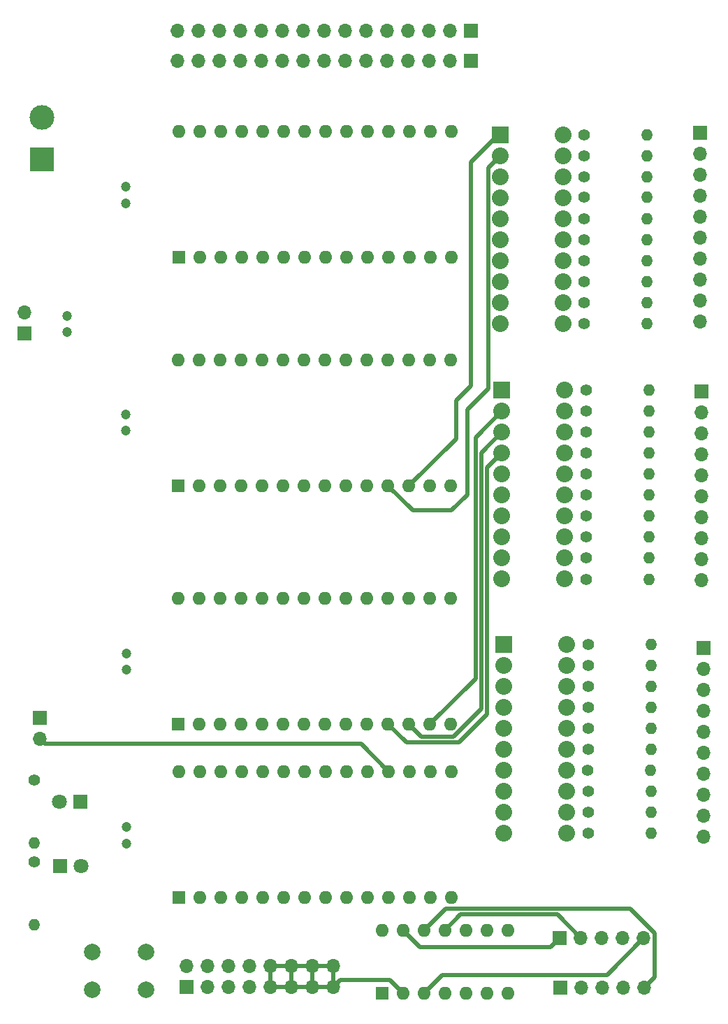
<source format=gbr>
%TF.GenerationSoftware,KiCad,Pcbnew,(5.1.9-0-10_14)*%
%TF.CreationDate,2021-05-08T14:56:37-04:00*%
%TF.ProjectId,CONTROL_LOGIC,434f4e54-524f-44c5-9f4c-4f4749432e6b,rev?*%
%TF.SameCoordinates,Original*%
%TF.FileFunction,Copper,L2,Inr*%
%TF.FilePolarity,Positive*%
%FSLAX46Y46*%
G04 Gerber Fmt 4.6, Leading zero omitted, Abs format (unit mm)*
G04 Created by KiCad (PCBNEW (5.1.9-0-10_14)) date 2021-05-08 14:56:37*
%MOMM*%
%LPD*%
G01*
G04 APERTURE LIST*
%TA.AperFunction,ComponentPad*%
%ADD10O,1.400000X1.400000*%
%TD*%
%TA.AperFunction,ComponentPad*%
%ADD11C,1.400000*%
%TD*%
%TA.AperFunction,ComponentPad*%
%ADD12R,1.700000X1.700000*%
%TD*%
%TA.AperFunction,ComponentPad*%
%ADD13O,1.700000X1.700000*%
%TD*%
%TA.AperFunction,ComponentPad*%
%ADD14R,1.600000X1.600000*%
%TD*%
%TA.AperFunction,ComponentPad*%
%ADD15O,1.600000X1.600000*%
%TD*%
%TA.AperFunction,ComponentPad*%
%ADD16C,3.000000*%
%TD*%
%TA.AperFunction,ComponentPad*%
%ADD17R,3.000000X3.000000*%
%TD*%
%TA.AperFunction,ComponentPad*%
%ADD18R,1.800000X1.800000*%
%TD*%
%TA.AperFunction,ComponentPad*%
%ADD19C,1.800000*%
%TD*%
%TA.AperFunction,ComponentPad*%
%ADD20C,2.032000*%
%TD*%
%TA.AperFunction,ComponentPad*%
%ADD21R,2.032000X2.032000*%
%TD*%
%TA.AperFunction,ComponentPad*%
%ADD22C,2.000000*%
%TD*%
%TA.AperFunction,ComponentPad*%
%ADD23C,1.200000*%
%TD*%
%TA.AperFunction,Conductor*%
%ADD24C,0.500000*%
%TD*%
G04 APERTURE END LIST*
D10*
%TO.N,GND*%
%TO.C,R32*%
X174166400Y-117374600D03*
D11*
%TO.N,Net-(BAR3-Pad20)*%
X166546400Y-117374600D03*
%TD*%
D10*
%TO.N,GND*%
%TO.C,R31*%
X174166400Y-119954600D03*
D11*
%TO.N,Net-(BAR3-Pad19)*%
X166546400Y-119954600D03*
%TD*%
D10*
%TO.N,GND*%
%TO.C,R30*%
X174166400Y-122494600D03*
D11*
%TO.N,Net-(BAR3-Pad18)*%
X166546400Y-122494600D03*
%TD*%
D10*
%TO.N,GND*%
%TO.C,R29*%
X174166400Y-125014600D03*
D11*
%TO.N,Net-(BAR3-Pad17)*%
X166546400Y-125014600D03*
%TD*%
D10*
%TO.N,GND*%
%TO.C,R28*%
X174156400Y-127564600D03*
D11*
%TO.N,Net-(BAR3-Pad16)*%
X166536400Y-127564600D03*
%TD*%
D10*
%TO.N,GND*%
%TO.C,R27*%
X174156400Y-130104600D03*
D11*
%TO.N,Net-(BAR3-Pad15)*%
X166536400Y-130104600D03*
%TD*%
D10*
%TO.N,GND*%
%TO.C,R26*%
X174146400Y-132594600D03*
D11*
%TO.N,Net-(BAR3-Pad14)*%
X166526400Y-132594600D03*
%TD*%
D10*
%TO.N,GND*%
%TO.C,R25*%
X174156400Y-135154600D03*
D11*
%TO.N,Net-(BAR3-Pad13)*%
X166536400Y-135154600D03*
%TD*%
D10*
%TO.N,GND*%
%TO.C,R24*%
X174156400Y-137694600D03*
D11*
%TO.N,Net-(BAR3-Pad12)*%
X166536400Y-137694600D03*
%TD*%
D10*
%TO.N,GND*%
%TO.C,R23*%
X174166400Y-140214600D03*
D11*
%TO.N,Net-(BAR3-Pad11)*%
X166546400Y-140214600D03*
%TD*%
D10*
%TO.N,GND*%
%TO.C,R22*%
X173916400Y-86594600D03*
D11*
%TO.N,Net-(BAR2-Pad20)*%
X166296400Y-86594600D03*
%TD*%
D10*
%TO.N,GND*%
%TO.C,R21*%
X173916400Y-89124600D03*
D11*
%TO.N,Net-(BAR2-Pad19)*%
X166296400Y-89124600D03*
%TD*%
D10*
%TO.N,GND*%
%TO.C,R20*%
X173916400Y-91674600D03*
D11*
%TO.N,Net-(BAR2-Pad18)*%
X166296400Y-91674600D03*
%TD*%
D10*
%TO.N,GND*%
%TO.C,R19*%
X173916400Y-94204600D03*
D11*
%TO.N,Net-(BAR2-Pad17)*%
X166296400Y-94204600D03*
%TD*%
D10*
%TO.N,GND*%
%TO.C,R18*%
X173916400Y-96754600D03*
D11*
%TO.N,Net-(BAR2-Pad16)*%
X166296400Y-96754600D03*
%TD*%
D10*
%TO.N,GND*%
%TO.C,R17*%
X173906400Y-99294600D03*
D11*
%TO.N,Net-(BAR2-Pad15)*%
X166286400Y-99294600D03*
%TD*%
D10*
%TO.N,GND*%
%TO.C,R16*%
X173916400Y-101824600D03*
D11*
%TO.N,Net-(BAR2-Pad14)*%
X166296400Y-101824600D03*
%TD*%
D10*
%TO.N,GND*%
%TO.C,R15*%
X173916400Y-104374600D03*
D11*
%TO.N,Net-(BAR2-Pad13)*%
X166296400Y-104374600D03*
%TD*%
D10*
%TO.N,GND*%
%TO.C,R14*%
X173916400Y-106914600D03*
D11*
%TO.N,Net-(BAR2-Pad12)*%
X166296400Y-106914600D03*
%TD*%
D10*
%TO.N,GND*%
%TO.C,R13*%
X173926400Y-109464600D03*
D11*
%TO.N,Net-(BAR2-Pad11)*%
X166306400Y-109464600D03*
%TD*%
D10*
%TO.N,GND*%
%TO.C,R12*%
X173696400Y-55624600D03*
D11*
%TO.N,Net-(BAR1-Pad20)*%
X166076400Y-55624600D03*
%TD*%
D10*
%TO.N,GND*%
%TO.C,R11*%
X173696400Y-58174600D03*
D11*
%TO.N,Net-(BAR1-Pad19)*%
X166076400Y-58174600D03*
%TD*%
D10*
%TO.N,GND*%
%TO.C,R10*%
X173696400Y-60704600D03*
D11*
%TO.N,Net-(BAR1-Pad18)*%
X166076400Y-60704600D03*
%TD*%
D10*
%TO.N,GND*%
%TO.C,R9*%
X173696400Y-63224600D03*
D11*
%TO.N,Net-(BAR1-Pad17)*%
X166076400Y-63224600D03*
%TD*%
D10*
%TO.N,GND*%
%TO.C,R8*%
X173696400Y-65784600D03*
D11*
%TO.N,Net-(BAR1-Pad16)*%
X166076400Y-65784600D03*
%TD*%
D10*
%TO.N,GND*%
%TO.C,R7*%
X173696400Y-68324600D03*
D11*
%TO.N,Net-(BAR1-Pad15)*%
X166076400Y-68324600D03*
%TD*%
D10*
%TO.N,GND*%
%TO.C,R6*%
X173706400Y-70864600D03*
D11*
%TO.N,Net-(BAR1-Pad14)*%
X166086400Y-70864600D03*
%TD*%
D10*
%TO.N,GND*%
%TO.C,R5*%
X173706400Y-73414600D03*
D11*
%TO.N,Net-(BAR1-Pad13)*%
X166086400Y-73414600D03*
%TD*%
D10*
%TO.N,GND*%
%TO.C,R4*%
X173716400Y-75944600D03*
D11*
%TO.N,Net-(BAR1-Pad12)*%
X166096400Y-75944600D03*
%TD*%
D10*
%TO.N,GND*%
%TO.C,R3*%
X173716400Y-78484600D03*
D11*
%TO.N,Net-(BAR1-Pad11)*%
X166096400Y-78484600D03*
%TD*%
D12*
%TO.N,Net-(J11-Pad1)*%
%TO.C,J11*%
X163186400Y-158904600D03*
D13*
%TO.N,Net-(J11-Pad2)*%
X165726400Y-158904600D03*
%TO.N,Net-(J11-Pad3)*%
X168266400Y-158904600D03*
%TO.N,Net-(J11-Pad4)*%
X170806400Y-158904600D03*
%TO.N,Net-(J11-Pad5)*%
X173346400Y-158904600D03*
%TD*%
D12*
%TO.N,Net-(J10-Pad1)*%
%TO.C,J10*%
X163136400Y-152944600D03*
D13*
%TO.N,Net-(J10-Pad2)*%
X165676400Y-152944600D03*
%TO.N,Net-(J10-Pad3)*%
X168216400Y-152944600D03*
%TO.N,Net-(J10-Pad4)*%
X170756400Y-152944600D03*
%TO.N,Net-(J10-Pad5)*%
X173296400Y-152944600D03*
%TD*%
D11*
%TO.N,Net-(D2-Pad1)*%
%TO.C,R2*%
X99466400Y-143704600D03*
D10*
%TO.N,GND*%
X99466400Y-151324600D03*
%TD*%
D11*
%TO.N,Net-(D1-Pad1)*%
%TO.C,R1*%
X99446400Y-133814600D03*
D10*
%TO.N,GND*%
X99446400Y-141434600D03*
%TD*%
D14*
%TO.N,/D32*%
%TO.C,U1*%
X141576400Y-159594600D03*
D15*
%TO.N,Net-(J11-Pad3)*%
X156816400Y-151974600D03*
%TO.N,Net-(J4-Pad10)*%
X144116400Y-159594600D03*
%TO.N,Net-(J10-Pad3)*%
X154276400Y-151974600D03*
%TO.N,Net-(J10-Pad5)*%
X146656400Y-159594600D03*
%TO.N,Net-(J11-Pad4)*%
X151736400Y-151974600D03*
%TO.N,Net-(J11-Pad1)*%
X149196400Y-159594600D03*
%TO.N,Net-(J10-Pad2)*%
X149196400Y-151974600D03*
%TO.N,Net-(J10-Pad4)*%
X151736400Y-159594600D03*
%TO.N,Net-(J11-Pad5)*%
X146656400Y-151974600D03*
%TO.N,Net-(J11-Pad2)*%
X154276400Y-159594600D03*
%TO.N,Net-(J10-Pad1)*%
X144116400Y-151974600D03*
%TO.N,GND*%
X156816400Y-159594600D03*
%TO.N,VCC*%
X141576400Y-151974600D03*
%TD*%
D12*
%TO.N,/D32*%
%TO.C,J9*%
X100136400Y-126274600D03*
D13*
%TO.N,/D31*%
X100136400Y-128814600D03*
%TD*%
D12*
%TO.N,/D30*%
%TO.C,J8*%
X180566400Y-117784600D03*
D13*
%TO.N,/D29*%
X180566400Y-120324600D03*
%TO.N,/D28*%
X180566400Y-122864600D03*
%TO.N,/D27*%
X180566400Y-125404600D03*
%TO.N,/D26*%
X180566400Y-127944600D03*
%TO.N,/D25*%
X180566400Y-130484600D03*
%TO.N,/D24*%
X180566400Y-133024600D03*
%TO.N,/D23*%
X180566400Y-135564600D03*
%TO.N,/D22*%
X180566400Y-138104600D03*
%TO.N,/D21*%
X180566400Y-140644600D03*
%TD*%
D12*
%TO.N,/D20*%
%TO.C,J7*%
X180326400Y-86714600D03*
D13*
%TO.N,/D19*%
X180326400Y-89254600D03*
%TO.N,/D18*%
X180326400Y-91794600D03*
%TO.N,/D17*%
X180326400Y-94334600D03*
%TO.N,/D16*%
X180326400Y-96874600D03*
%TO.N,/D15*%
X180326400Y-99414600D03*
%TO.N,/D14*%
X180326400Y-101954600D03*
%TO.N,/D13*%
X180326400Y-104494600D03*
%TO.N,/D12*%
X180326400Y-107034600D03*
%TO.N,/D11*%
X180326400Y-109574600D03*
%TD*%
%TO.N,/D1*%
%TO.C,J3*%
X180146400Y-78224600D03*
%TO.N,/D2*%
X180146400Y-75684600D03*
%TO.N,/D3*%
X180146400Y-73144600D03*
%TO.N,/D4*%
X180146400Y-70604600D03*
%TO.N,/D5*%
X180146400Y-68064600D03*
%TO.N,/D6*%
X180146400Y-65524600D03*
%TO.N,/D7*%
X180146400Y-62984600D03*
%TO.N,/D8*%
X180146400Y-60444600D03*
%TO.N,/D9*%
X180146400Y-57904600D03*
D12*
%TO.N,/D10*%
X180146400Y-55364600D03*
%TD*%
%TO.N,/D32*%
%TO.C,J4*%
X117906400Y-158874600D03*
D13*
X117906400Y-156334600D03*
X120446400Y-158874600D03*
X120446400Y-156334600D03*
X122986400Y-158874600D03*
X122986400Y-156334600D03*
X125526400Y-158874600D03*
X125526400Y-156334600D03*
%TO.N,Net-(J4-Pad10)*%
X128066400Y-158874600D03*
X128066400Y-156334600D03*
X130606400Y-158874600D03*
X130606400Y-156334600D03*
X133146400Y-158874600D03*
X133146400Y-156334600D03*
X135686400Y-158874600D03*
X135686400Y-156334600D03*
%TD*%
%TO.N,/INST8*%
%TO.C,J6*%
X116806400Y-43069600D03*
%TO.N,/INST7*%
X119346400Y-43069600D03*
%TO.N,/INST6*%
X121886400Y-43069600D03*
%TO.N,/INST5*%
X124426400Y-43069600D03*
%TO.N,/INST4*%
X126966400Y-43069600D03*
%TO.N,/INST3*%
X129506400Y-43069600D03*
%TO.N,/INST2*%
X132046400Y-43069600D03*
%TO.N,/INST1*%
X134586400Y-43069600D03*
%TO.N,/FLAG4*%
X137126400Y-43069600D03*
%TO.N,/FLAG3*%
X139666400Y-43069600D03*
%TO.N,/FLAG2*%
X142206400Y-43069600D03*
%TO.N,/FLAG1*%
X144746400Y-43069600D03*
%TO.N,/STEP3*%
X147286400Y-43069600D03*
%TO.N,/STEP2*%
X149826400Y-43069600D03*
D12*
%TO.N,/STEP1*%
X152366400Y-43069600D03*
%TD*%
D16*
%TO.N,GND*%
%TO.C,J5*%
X100401400Y-53509600D03*
D17*
%TO.N,VCC*%
X100401400Y-58589600D03*
%TD*%
D18*
%TO.N,Net-(D2-Pad1)*%
%TO.C,D2*%
X102546400Y-144224600D03*
D19*
%TO.N,/D32*%
X105086400Y-144224600D03*
%TD*%
D18*
%TO.N,Net-(D1-Pad1)*%
%TO.C,D1*%
X105046400Y-136384600D03*
D19*
%TO.N,/D31*%
X102506400Y-136384600D03*
%TD*%
D20*
%TO.N,Net-(BAR3-Pad20)*%
%TO.C,BAR3*%
X163946400Y-117364600D03*
%TO.N,Net-(BAR3-Pad19)*%
X163946400Y-119904600D03*
%TO.N,Net-(BAR3-Pad18)*%
X163946400Y-122444600D03*
%TO.N,Net-(BAR3-Pad17)*%
X163946400Y-124984600D03*
%TO.N,/D22*%
X156326400Y-137684600D03*
%TO.N,/D21*%
X156326400Y-140224600D03*
%TO.N,Net-(BAR3-Pad11)*%
X163946400Y-140224600D03*
%TO.N,Net-(BAR3-Pad12)*%
X163946400Y-137684600D03*
%TO.N,/D23*%
X156326400Y-135144600D03*
%TO.N,/D24*%
X156326400Y-132604600D03*
%TO.N,/D25*%
X156326400Y-130064600D03*
%TO.N,/D26*%
X156326400Y-127524600D03*
%TO.N,Net-(BAR3-Pad16)*%
X163946400Y-127524600D03*
%TO.N,Net-(BAR3-Pad15)*%
X163946400Y-130064600D03*
%TO.N,Net-(BAR3-Pad14)*%
X163946400Y-132604600D03*
%TO.N,Net-(BAR3-Pad13)*%
X163946400Y-135144600D03*
%TO.N,/D27*%
X156326400Y-124984600D03*
%TO.N,/D28*%
X156326400Y-122444600D03*
%TO.N,/D29*%
X156326400Y-119904600D03*
D21*
%TO.N,/D30*%
X156326400Y-117364600D03*
%TD*%
%TO.N,/D20*%
%TO.C,BAR2*%
X156086400Y-86594600D03*
D20*
%TO.N,/D19*%
X156086400Y-89134600D03*
%TO.N,/D18*%
X156086400Y-91674600D03*
%TO.N,/D17*%
X156086400Y-94214600D03*
%TO.N,Net-(BAR2-Pad13)*%
X163706400Y-104374600D03*
%TO.N,Net-(BAR2-Pad14)*%
X163706400Y-101834600D03*
%TO.N,Net-(BAR2-Pad15)*%
X163706400Y-99294600D03*
%TO.N,Net-(BAR2-Pad16)*%
X163706400Y-96754600D03*
%TO.N,/D16*%
X156086400Y-96754600D03*
%TO.N,/D15*%
X156086400Y-99294600D03*
%TO.N,/D14*%
X156086400Y-101834600D03*
%TO.N,/D13*%
X156086400Y-104374600D03*
%TO.N,Net-(BAR2-Pad12)*%
X163706400Y-106914600D03*
%TO.N,Net-(BAR2-Pad11)*%
X163706400Y-109454600D03*
%TO.N,/D11*%
X156086400Y-109454600D03*
%TO.N,/D12*%
X156086400Y-106914600D03*
%TO.N,Net-(BAR2-Pad17)*%
X163706400Y-94214600D03*
%TO.N,Net-(BAR2-Pad18)*%
X163706400Y-91674600D03*
%TO.N,Net-(BAR2-Pad19)*%
X163706400Y-89134600D03*
%TO.N,Net-(BAR2-Pad20)*%
X163706400Y-86594600D03*
%TD*%
%TO.N,Net-(BAR1-Pad20)*%
%TO.C,BAR1*%
X163516400Y-55624600D03*
%TO.N,Net-(BAR1-Pad19)*%
X163516400Y-58164600D03*
%TO.N,Net-(BAR1-Pad18)*%
X163516400Y-60704600D03*
%TO.N,Net-(BAR1-Pad17)*%
X163516400Y-63244600D03*
%TO.N,/D2*%
X155896400Y-75944600D03*
%TO.N,/D1*%
X155896400Y-78484600D03*
%TO.N,Net-(BAR1-Pad11)*%
X163516400Y-78484600D03*
%TO.N,Net-(BAR1-Pad12)*%
X163516400Y-75944600D03*
%TO.N,/D3*%
X155896400Y-73404600D03*
%TO.N,/D4*%
X155896400Y-70864600D03*
%TO.N,/D5*%
X155896400Y-68324600D03*
%TO.N,/D6*%
X155896400Y-65784600D03*
%TO.N,Net-(BAR1-Pad16)*%
X163516400Y-65784600D03*
%TO.N,Net-(BAR1-Pad15)*%
X163516400Y-68324600D03*
%TO.N,Net-(BAR1-Pad14)*%
X163516400Y-70864600D03*
%TO.N,Net-(BAR1-Pad13)*%
X163516400Y-73404600D03*
%TO.N,/D7*%
X155896400Y-63244600D03*
%TO.N,/D8*%
X155896400Y-60704600D03*
%TO.N,/D9*%
X155896400Y-58164600D03*
D21*
%TO.N,/D10*%
X155896400Y-55624600D03*
%TD*%
D22*
%TO.N,VCC*%
%TO.C,SW1*%
X106496400Y-159159600D03*
%TO.N,/D32*%
X106496400Y-154659600D03*
%TO.N,VCC*%
X112996400Y-159159600D03*
%TO.N,/D32*%
X112996400Y-154659600D03*
%TD*%
D13*
%TO.N,/INST8*%
%TO.C,J2*%
X116806400Y-46669600D03*
%TO.N,/INST7*%
X119346400Y-46669600D03*
%TO.N,/INST6*%
X121886400Y-46669600D03*
%TO.N,/INST5*%
X124426400Y-46669600D03*
%TO.N,/INST4*%
X126966400Y-46669600D03*
%TO.N,/INST3*%
X129506400Y-46669600D03*
%TO.N,/INST2*%
X132046400Y-46669600D03*
%TO.N,/INST1*%
X134586400Y-46669600D03*
%TO.N,/FLAG4*%
X137126400Y-46669600D03*
%TO.N,/FLAG3*%
X139666400Y-46669600D03*
%TO.N,/FLAG2*%
X142206400Y-46669600D03*
%TO.N,/FLAG1*%
X144746400Y-46669600D03*
%TO.N,/STEP3*%
X147286400Y-46669600D03*
%TO.N,/STEP2*%
X149826400Y-46669600D03*
D12*
%TO.N,/STEP1*%
X152366400Y-46669600D03*
%TD*%
%TO.N,GND*%
%TO.C,J1*%
X98231400Y-79669600D03*
D13*
%TO.N,VCC*%
X98231400Y-77129600D03*
%TD*%
D14*
%TO.N,/INST8*%
%TO.C,EEPROM4*%
X116996400Y-148014600D03*
D15*
%TO.N,/D28*%
X150016400Y-132774600D03*
%TO.N,/INST6*%
X119536400Y-148014600D03*
%TO.N,/D29*%
X147476400Y-132774600D03*
%TO.N,/INST1*%
X122076400Y-148014600D03*
%TO.N,/D30*%
X144936400Y-132774600D03*
%TO.N,/FLAG4*%
X124616400Y-148014600D03*
%TO.N,/D31*%
X142396400Y-132774600D03*
%TO.N,/FLAG3*%
X127156400Y-148014600D03*
%TO.N,/D32*%
X139856400Y-132774600D03*
%TO.N,/FLAG2*%
X129696400Y-148014600D03*
%TO.N,GND*%
X137316400Y-132774600D03*
%TO.N,/FLAG1*%
X132236400Y-148014600D03*
%TO.N,/INST4*%
X134776400Y-132774600D03*
%TO.N,/STEP3*%
X134776400Y-148014600D03*
%TO.N,GND*%
X132236400Y-132774600D03*
%TO.N,/STEP2*%
X137316400Y-148014600D03*
%TO.N,/INST5*%
X129696400Y-132774600D03*
%TO.N,/STEP1*%
X139856400Y-148014600D03*
%TO.N,/INST3*%
X127156400Y-132774600D03*
%TO.N,/D25*%
X142396400Y-148014600D03*
%TO.N,/INST2*%
X124616400Y-132774600D03*
%TO.N,/D26*%
X144936400Y-148014600D03*
%TO.N,/INST7*%
X122076400Y-132774600D03*
%TO.N,/D27*%
X147476400Y-148014600D03*
%TO.N,VCC*%
X119536400Y-132774600D03*
%TO.N,GND*%
X150016400Y-148014600D03*
%TO.N,VCC*%
X116996400Y-132774600D03*
%TD*%
D14*
%TO.N,/INST8*%
%TO.C,EEPROM3*%
X116900400Y-127014600D03*
D15*
%TO.N,/D20*%
X149920400Y-111774600D03*
%TO.N,/INST6*%
X119440400Y-127014600D03*
%TO.N,/D21*%
X147380400Y-111774600D03*
%TO.N,/INST1*%
X121980400Y-127014600D03*
%TO.N,/D22*%
X144840400Y-111774600D03*
%TO.N,/FLAG4*%
X124520400Y-127014600D03*
%TO.N,/D23*%
X142300400Y-111774600D03*
%TO.N,/FLAG3*%
X127060400Y-127014600D03*
%TO.N,/D24*%
X139760400Y-111774600D03*
%TO.N,/FLAG2*%
X129600400Y-127014600D03*
%TO.N,GND*%
X137220400Y-111774600D03*
%TO.N,/FLAG1*%
X132140400Y-127014600D03*
%TO.N,/INST4*%
X134680400Y-111774600D03*
%TO.N,/STEP3*%
X134680400Y-127014600D03*
%TO.N,GND*%
X132140400Y-111774600D03*
%TO.N,/STEP2*%
X137220400Y-127014600D03*
%TO.N,/INST5*%
X129600400Y-111774600D03*
%TO.N,/STEP1*%
X139760400Y-127014600D03*
%TO.N,/INST3*%
X127060400Y-111774600D03*
%TO.N,/D17*%
X142300400Y-127014600D03*
%TO.N,/INST2*%
X124520400Y-111774600D03*
%TO.N,/D18*%
X144840400Y-127014600D03*
%TO.N,/INST7*%
X121980400Y-111774600D03*
%TO.N,/D19*%
X147380400Y-127014600D03*
%TO.N,VCC*%
X119440400Y-111774600D03*
%TO.N,GND*%
X149920400Y-127014600D03*
%TO.N,VCC*%
X116900400Y-111774600D03*
%TD*%
D14*
%TO.N,/INST8*%
%TO.C,EEPROM2*%
X116910400Y-98178600D03*
D15*
%TO.N,/D12*%
X149930400Y-82938600D03*
%TO.N,/INST6*%
X119450400Y-98178600D03*
%TO.N,/D13*%
X147390400Y-82938600D03*
%TO.N,/INST1*%
X121990400Y-98178600D03*
%TO.N,/D14*%
X144850400Y-82938600D03*
%TO.N,/FLAG4*%
X124530400Y-98178600D03*
%TO.N,/D15*%
X142310400Y-82938600D03*
%TO.N,/FLAG3*%
X127070400Y-98178600D03*
%TO.N,/D16*%
X139770400Y-82938600D03*
%TO.N,/FLAG2*%
X129610400Y-98178600D03*
%TO.N,GND*%
X137230400Y-82938600D03*
%TO.N,/FLAG1*%
X132150400Y-98178600D03*
%TO.N,/INST4*%
X134690400Y-82938600D03*
%TO.N,/STEP3*%
X134690400Y-98178600D03*
%TO.N,GND*%
X132150400Y-82938600D03*
%TO.N,/STEP2*%
X137230400Y-98178600D03*
%TO.N,/INST5*%
X129610400Y-82938600D03*
%TO.N,/STEP1*%
X139770400Y-98178600D03*
%TO.N,/INST3*%
X127070400Y-82938600D03*
%TO.N,/D9*%
X142310400Y-98178600D03*
%TO.N,/INST2*%
X124530400Y-82938600D03*
%TO.N,/D10*%
X144850400Y-98178600D03*
%TO.N,/INST7*%
X121990400Y-82938600D03*
%TO.N,/D11*%
X147390400Y-98178600D03*
%TO.N,VCC*%
X119450400Y-82938600D03*
%TO.N,GND*%
X149930400Y-98178600D03*
%TO.N,VCC*%
X116910400Y-82938600D03*
%TD*%
%TO.N,VCC*%
%TO.C,EEPROM1*%
X116916400Y-55234600D03*
%TO.N,GND*%
X149936400Y-70474600D03*
%TO.N,VCC*%
X119456400Y-55234600D03*
%TO.N,/D3*%
X147396400Y-70474600D03*
%TO.N,/INST7*%
X121996400Y-55234600D03*
%TO.N,/D2*%
X144856400Y-70474600D03*
%TO.N,/INST2*%
X124536400Y-55234600D03*
%TO.N,/D1*%
X142316400Y-70474600D03*
%TO.N,/INST3*%
X127076400Y-55234600D03*
%TO.N,/STEP1*%
X139776400Y-70474600D03*
%TO.N,/INST5*%
X129616400Y-55234600D03*
%TO.N,/STEP2*%
X137236400Y-70474600D03*
%TO.N,GND*%
X132156400Y-55234600D03*
%TO.N,/STEP3*%
X134696400Y-70474600D03*
%TO.N,/INST4*%
X134696400Y-55234600D03*
%TO.N,/FLAG1*%
X132156400Y-70474600D03*
%TO.N,GND*%
X137236400Y-55234600D03*
%TO.N,/FLAG2*%
X129616400Y-70474600D03*
%TO.N,/D8*%
X139776400Y-55234600D03*
%TO.N,/FLAG3*%
X127076400Y-70474600D03*
%TO.N,/D7*%
X142316400Y-55234600D03*
%TO.N,/FLAG4*%
X124536400Y-70474600D03*
%TO.N,/D6*%
X144856400Y-55234600D03*
%TO.N,/INST1*%
X121996400Y-70474600D03*
%TO.N,/D5*%
X147396400Y-55234600D03*
%TO.N,/INST6*%
X119456400Y-70474600D03*
%TO.N,/D4*%
X149936400Y-55234600D03*
D14*
%TO.N,/INST8*%
X116916400Y-70474600D03*
%TD*%
D23*
%TO.N,VCC*%
%TO.C,C5*%
X110566400Y-118434600D03*
%TO.N,GND*%
X110566400Y-120434600D03*
%TD*%
%TO.N,VCC*%
%TO.C,C4*%
X110571400Y-139464600D03*
%TO.N,GND*%
X110571400Y-141464600D03*
%TD*%
%TO.N,GND*%
%TO.C,C3*%
X110491400Y-63924600D03*
%TO.N,VCC*%
X110491400Y-61924600D03*
%TD*%
%TO.N,VCC*%
%TO.C,C2*%
X110506400Y-89509600D03*
%TO.N,GND*%
X110506400Y-91509600D03*
%TD*%
%TO.N,VCC*%
%TO.C,C1*%
X103406400Y-77544600D03*
%TO.N,GND*%
X103406400Y-79544600D03*
%TD*%
D24*
%TO.N,/D10*%
X150546400Y-92482600D02*
X144850400Y-98178600D01*
X150546400Y-87834600D02*
X150546400Y-92482600D01*
X155896400Y-55624600D02*
X155656400Y-55624600D01*
X152346400Y-86034600D02*
X150546400Y-87834600D01*
X152346400Y-58934600D02*
X152346400Y-86034600D01*
X155656400Y-55624600D02*
X152346400Y-58934600D01*
%TO.N,/D9*%
X154430399Y-59630601D02*
X154430399Y-86400601D01*
X155896400Y-58164600D02*
X154430399Y-59630601D01*
X154430399Y-86400601D02*
X151886400Y-88944600D01*
X151886400Y-88944600D02*
X151886400Y-99274600D01*
X151886400Y-99274600D02*
X150006400Y-101154600D01*
X145286400Y-101154600D02*
X142310400Y-98178600D01*
X150006400Y-101154600D02*
X145286400Y-101154600D01*
%TO.N,/D19*%
X147380400Y-127014600D02*
X152906378Y-121488622D01*
X152906378Y-121488622D02*
X152906378Y-92314622D01*
X152906378Y-92314622D02*
X156086400Y-89134600D01*
%TO.N,/D18*%
X146360389Y-128534589D02*
X150250413Y-128534589D01*
X153606389Y-94154611D02*
X156086400Y-91674600D01*
X150250413Y-128534589D02*
X153606389Y-125178613D01*
X153606389Y-125178613D02*
X153606389Y-94154611D01*
X144840400Y-127014600D02*
X146360389Y-128534589D01*
%TO.N,/D17*%
X144520400Y-129234600D02*
X142300400Y-127014600D01*
X154306400Y-125814600D02*
X150886400Y-129234600D01*
X154306400Y-95994600D02*
X154306400Y-125814600D01*
X150886400Y-129234600D02*
X144520400Y-129234600D01*
X156086400Y-94214600D02*
X154306400Y-95994600D01*
%TO.N,/D31*%
X139026400Y-129404600D02*
X142396400Y-132774600D01*
X100726400Y-129404600D02*
X100136400Y-128814600D01*
X139026400Y-129404600D02*
X100726400Y-129404600D01*
%TO.N,Net-(J4-Pad10)*%
X128066400Y-156334600D02*
X128066400Y-158874600D01*
X128066400Y-158874600D02*
X135686400Y-158874600D01*
X135686400Y-156334600D02*
X128066400Y-156334600D01*
X135686400Y-156334600D02*
X135686400Y-158874600D01*
X133146400Y-158874600D02*
X133146400Y-156334600D01*
X130606400Y-156334600D02*
X130606400Y-158874600D01*
X142546401Y-158024601D02*
X144116400Y-159594600D01*
X136536399Y-158024601D02*
X142546401Y-158024601D01*
X135686400Y-158874600D02*
X136536399Y-158024601D01*
%TO.N,Net-(J10-Pad5)*%
X146656400Y-159594600D02*
X148856400Y-157394600D01*
X168846400Y-157394600D02*
X173296400Y-152944600D01*
X148856400Y-157394600D02*
X168846400Y-157394600D01*
%TO.N,Net-(J10-Pad2)*%
X149196400Y-151974600D02*
X151076400Y-150094600D01*
X162826400Y-150094600D02*
X165676400Y-152944600D01*
X151076400Y-150094600D02*
X162826400Y-150094600D01*
%TO.N,Net-(J10-Pad1)*%
X144116400Y-151974600D02*
X146186400Y-154044600D01*
X162036400Y-154044600D02*
X163136400Y-152944600D01*
X146186400Y-154044600D02*
X162036400Y-154044600D01*
%TO.N,Net-(J11-Pad5)*%
X174596401Y-157654599D02*
X173346400Y-158904600D01*
X174596401Y-152320599D02*
X174596401Y-157654599D01*
X171630402Y-149354600D02*
X174596401Y-152320599D01*
X149276400Y-149354600D02*
X171630402Y-149354600D01*
X146656400Y-151974600D02*
X149276400Y-149354600D01*
%TD*%
M02*

</source>
